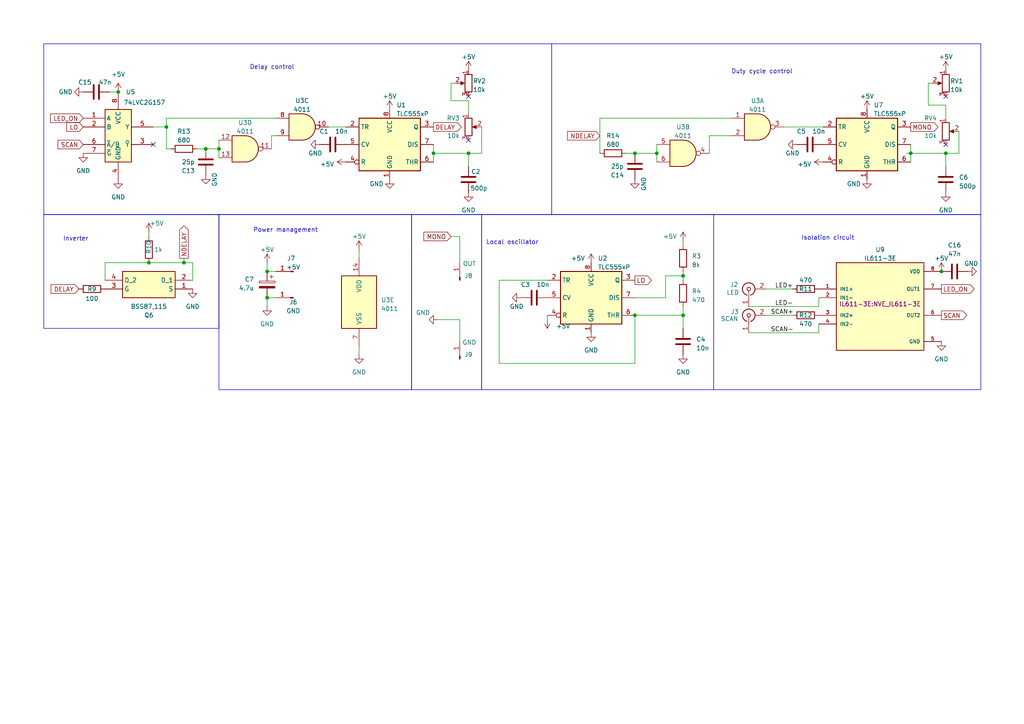
<source format=kicad_sch>
(kicad_sch (version 20250114) (generator "eeschema") (generator_version "9.0")
  (paper "A4")
  (lib_symbols
    (symbol "+5V_1" (power) (pin_numbers (hide yes)) (pin_names (offset 0) (hide yes))
      (property "Value" "+5V" (at 0 3.556 0))
      (symbol "+5V_1_0_1"
        (polyline (pts (xy -0.762 1.27) (xy 0 2.54)))
        (polyline (pts (xy 0 2.54) (xy 0.762 1.27)))
        (polyline (pts (xy 0 0) (xy 0 2.54)))
      )
      (symbol "+5V_1_1_1"
        (pin power_in line (at 0 0 90) (length 0) (name "~") (number "1"))
      )
    )
    (symbol "4xxx:4011" (pin_names (offset 1.016))
      (property "Reference" "U" (at 0 1.27 0))
      (property "Value" "4011" (at 0 -1.27 0))
      (symbol "4011_1_1"
        (arc (start 0 3.81) (mid 3.7934 0) (end 0 -3.81) (stroke (width 0.254)) (fill (type background)))
        (polyline (pts (xy 0 3.81) (xy -3.81 3.81) (xy -3.81 -3.81) (xy 0 -3.81)) (stroke (width 0.254)) (fill (type background)))
        (pin input line (at -7.62 2.54 0) (length 3.81) (name "~") (number "1"))
        (pin input line (at -7.62 -2.54 0) (length 3.81) (name "~") (number "2"))
        (pin output inverted (at 7.62 0 180) (length 3.81) (name "~") (number "3"))
      )
      (symbol "4011_1_2"
        (arc (start -3.81 3.81) (mid -2.589 0) (end -3.81 -3.81) (stroke (width 0.254)))
        (polyline (pts (xy -3.81 3.81) (xy -0.635 3.81)) (stroke (width 0.254)) (fill (type background)))
        (polyline (pts (xy -3.81 -3.81) (xy -0.635 -3.81)) (stroke (width 0.254)) (fill (type background)))
        (arc (start 3.81 0) (mid 2.1855 -2.584) (end -0.6096 -3.81) (stroke (width 0.254)) (fill (type background)))
        (arc (start -0.6096 3.81) (mid 2.1928 2.5924) (end 3.81 0) (stroke (width 0.254)) (fill (type background)))
        (polyline (pts (xy -0.635 3.81) (xy -3.81 3.81) (xy -3.81 3.81) (xy -3.556 3.4036) (xy -3.0226 2.2606) (xy -2.6924 1.0414) (xy -2.6162 -0.254) (xy -2.7686 -1.4986) (xy -3.175 -2.7178) (xy -3.81 -3.81) (xy -3.81 -3.81) (xy -0.635 -3.81)) (stroke (width -25.4)) (fill (type background)))
        (pin input inverted (at -7.62 2.54 0) (length 4.318) (name "~") (number "1"))
        (pin input inverted (at -7.62 -2.54 0) (length 4.318) (name "~") (number "2"))
        (pin output line (at 7.62 0 180) (length 3.81) (name "~") (number "3"))
      )
      (symbol "4011_2_1"
        (arc (start 0 3.81) (mid 3.7934 0) (end 0 -3.81) (stroke (width 0.254)) (fill (type background)))
        (polyline (pts (xy 0 3.81) (xy -3.81 3.81) (xy -3.81 -3.81) (xy 0 -3.81)) (stroke (width 0.254)) (fill (type background)))
        (pin input line (at -7.62 2.54 0) (length 3.81) (name "~") (number "5"))
        (pin input line (at -7.62 -2.54 0) (length 3.81) (name "~") (number "6"))
        (pin output inverted (at 7.62 0 180) (length 3.81) (name "~") (number "4"))
      )
      (symbol "4011_2_2"
        (arc (start -3.81 3.81) (mid -2.589 0) (end -3.81 -3.81) (stroke (width 0.254)))
        (polyline (pts (xy -3.81 3.81) (xy -0.635 3.81)) (stroke (width 0.254)) (fill (type background)))
        (polyline (pts (xy -3.81 -3.81) (xy -0.635 -3.81)) (stroke (width 0.254)) (fill (type background)))
        (arc (start 3.81 0) (mid 2.1855 -2.584) (end -0.6096 -3.81) (stroke (width 0.254)) (fill (type background)))
        (arc (start -0.6096 3.81) (mid 2.1928 2.5924) (end 3.81 0) (stroke (width 0.254)) (fill (type background)))
        (polyline (pts (xy -0.635 3.81) (xy -3.81 3.81) (xy -3.81 3.81) (xy -3.556 3.4036) (xy -3.0226 2.2606) (xy -2.6924 1.0414) (xy -2.6162 -0.254) (xy -2.7686 -1.4986) (xy -3.175 -2.7178) (xy -3.81 -3.81) (xy -3.81 -3.81) (xy -0.635 -3.81)) (stroke (width -25.4)) (fill (type background)))
        (pin input inverted (at -7.62 2.54 0) (length 4.318) (name "~") (number "5"))
        (pin input inverted (at -7.62 -2.54 0) (length 4.318) (name "~") (number "6"))
        (pin output line (at 7.62 0 180) (length 3.81) (name "~") (number "4"))
      )
      (symbol "4011_3_1"
        (arc (start 0 3.81) (mid 3.7934 0) (end 0 -3.81) (stroke (width 0.254)) (fill (type background)))
        (polyline (pts (xy 0 3.81) (xy -3.81 3.81) (xy -3.81 -3.81) (xy 0 -3.81)) (stroke (width 0.254)) (fill (type background)))
        (pin input line (at -7.62 2.54 0) (length 3.81) (name "~") (number "8"))
        (pin input line (at -7.62 -2.54 0) (length 3.81) (name "~") (number "9"))
        (pin output inverted (at 7.62 0 180) (length 3.81) (name "~") (number "10"))
      )
      (symbol "4011_3_2"
        (arc (start -3.81 3.81) (mid -2.589 0) (end -3.81 -3.81) (stroke (width 0.254)))
        (polyline (pts (xy -3.81 3.81) (xy -0.635 3.81)) (stroke (width 0.254)) (fill (type background)))
        (polyline (pts (xy -3.81 -3.81) (xy -0.635 -3.81)) (stroke (width 0.254)) (fill (type background)))
        (arc (start 3.81 0) (mid 2.1855 -2.584) (end -0.6096 -3.81) (stroke (width 0.254)) (fill (type background)))
        (arc (start -0.6096 3.81) (mid 2.1928 2.5924) (end 3.81 0) (stroke (width 0.254)) (fill (type background)))
        (polyline (pts (xy -0.635 3.81) (xy -3.81 3.81) (xy -3.81 3.81) (xy -3.556 3.4036) (xy -3.0226 2.2606) (xy -2.6924 1.0414) (xy -2.6162 -0.254) (xy -2.7686 -1.4986) (xy -3.175 -2.7178) (xy -3.81 -3.81) (xy -3.81 -3.81) (xy -0.635 -3.81)) (stroke (width -25.4)) (fill (type background)))
        (pin input inverted (at -7.62 2.54 0) (length 4.318) (name "~") (number "8"))
        (pin input inverted (at -7.62 -2.54 0) (length 4.318) (name "~") (number "9"))
        (pin output line (at 7.62 0 180) (length 3.81) (name "~") (number "10"))
      )
      (symbol "4011_4_1"
        (arc (start 0 3.81) (mid 3.7934 0) (end 0 -3.81) (stroke (width 0.254)) (fill (type background)))
        (polyline (pts (xy 0 3.81) (xy -3.81 3.81) (xy -3.81 -3.81) (xy 0 -3.81)) (stroke (width 0.254)) (fill (type background)))
        (pin input line (at -7.62 2.54 0) (length 3.81) (name "~") (number "12"))
        (pin input line (at -7.62 -2.54 0) (length 3.81) (name "~") (number "13"))
        (pin output inverted (at 7.62 0 180) (length 3.81) (name "~") (number "11"))
      )
      (symbol "4011_4_2"
        (arc (start -3.81 3.81) (mid -2.589 0) (end -3.81 -3.81) (stroke (width 0.254)))
        (polyline (pts (xy -3.81 3.81) (xy -0.635 3.81)) (stroke (width 0.254)) (fill (type background)))
        (polyline (pts (xy -3.81 -3.81) (xy -0.635 -3.81)) (stroke (width 0.254)) (fill (type background)))
        (arc (start 3.81 0) (mid 2.1855 -2.584) (end -0.6096 -3.81) (stroke (width 0.254)) (fill (type background)))
        (arc (start -0.6096 3.81) (mid 2.1928 2.5924) (end 3.81 0) (stroke (width 0.254)) (fill (type background)))
        (polyline (pts (xy -0.635 3.81) (xy -3.81 3.81) (xy -3.81 3.81) (xy -3.556 3.4036) (xy -3.0226 2.2606) (xy -2.6924 1.0414) (xy -2.6162 -0.254) (xy -2.7686 -1.4986) (xy -3.175 -2.7178) (xy -3.81 -3.81) (xy -3.81 -3.81) (xy -0.635 -3.81)) (stroke (width -25.4)) (fill (type background)))
        (pin input inverted (at -7.62 2.54 0) (length 4.318) (name "~") (number "12"))
        (pin input inverted (at -7.62 -2.54 0) (length 4.318) (name "~") (number "13"))
        (pin output line (at 7.62 0 180) (length 3.81) (name "~") (number "11"))
      )
      (symbol "4011_5_0"
        (pin power_in line (at 0 12.7 270) (length 5.08) (name "VDD") (number "14"))
        (pin power_in line (at 0 -12.7 90) (length 5.08) (name "VSS") (number "7"))
      )
      (symbol "4011_5_1"
        (rectangle (start -5.08 7.62) (end 5.08 -7.62) (stroke (width 0.254)) (fill (type background)))
      )
    )
    (symbol "74xGxx:74LVC2G157"
      (property "Reference" "U" (at 2.54 10.16 0))
      (property "Value" "74LVC2G157" (at 7.62 -10.16 0))
      (symbol "74LVC2G157_0_1"
        (rectangle (start -3.81 7.62) (end 3.81 -7.62) (stroke (width 0.254)) (fill (type background)))
      )
      (symbol "74LVC2G157_1_1"
        (pin input line (at -10.16 5.08 0) (length 6.25) (name "A") (number "1"))
        (pin input line (at -10.16 2.54 0) (length 6.25) (name "B") (number "2"))
        (pin input line (at -10.16 -2.54 0) (length 6.25) (name "~{A}/B") (number "6"))
        (pin input line (at -10.16 -5.08 0) (length 6.25) (name "~{G}") (number "7"))
        (pin power_in line (at 0 12.7 270) (length 5.08) (name "VCC") (number "8"))
        (pin power_in line (at 0 -12.7 90) (length 5.08) (name "GND") (number "4"))
        (pin output line (at 10.16 2.54 180) (length 6.35) (name "Y") (number "5"))
        (pin output line (at 10.16 -2.54 180) (length 6.35) (name "~{Y}") (number "3"))
      )
    )
    (symbol "BSS87_115:BSS87,115"
      (property "Reference" "Q" (at 21.59 7.62 0))
      (property "Value" "BSS87,115" (at 21.59 5.08 0))
      (symbol "BSS87,115_1_1"
        (rectangle (start 5.08 2.54) (end 20.32 -5.08) (stroke (width 0.254)) (fill (type background)))
        (pin passive line (at 0 0 0) (length 5.08) (name "S") (number "1"))
        (pin passive line (at 0 -2.54 0) (length 5.08) (name "D_1") (number "2"))
        (pin passive line (at 25.4 0 180) (length 5.08) (name "G") (number "3"))
        (pin passive line (at 25.4 -2.54 180) (length 5.08) (name "D_2") (number "4"))
      )
    )
    (symbol "Connector:Conn_01x01_Pin" (pin_names (offset 1.016) (hide yes))
      (property "Reference" "J" (at 0 2.54 0))
      (property "Value" "Conn_01x01_Pin" (at 0 -2.54 0))
      (symbol "Conn_01x01_Pin_1_1"
        (rectangle (start 0.8636 0.127) (end 0 -0.127) (stroke (width 0.1524)) (fill (type outline)))
        (polyline (pts (xy 1.27 0) (xy 0.8636 0)) (stroke (width 0.1524)))
        (pin passive line (at 5.08 0 180) (length 3.81) (name "Pin_1") (number "1"))
      )
    )
    (symbol "Connector:Conn_Coaxial" (pin_names (offset 1.016) (hide yes))
      (property "Reference" "J" (at 0.254 3.048 0))
      (property "Value" "Conn_Coaxial" (at 2.921 0 90))
      (symbol "Conn_Coaxial_0_1"
        (polyline (pts (xy -2.54 0) (xy -0.508 0)))
        (arc (start 1.778 0) (mid 0.222 -1.8079) (end -1.778 -0.508) (stroke (width 0.254)))
        (arc (start -1.778 0.508) (mid 0.2221 1.8084) (end 1.778 0) (stroke (width 0.254)))
        (circle (center 0 0) (radius 0.508) (stroke (width 0.2032)))
        (polyline (pts (xy 0 -2.54) (xy 0 -1.778)))
      )
      (symbol "Conn_Coaxial_1_1"
        (pin passive line (at -5.08 0 0) (length 2.54) (name "In") (number "1"))
        (pin passive line (at 0 -5.08 90) (length 2.54) (name "Ext") (number "2"))
      )
    )
    (symbol "Device:C" (pin_numbers (hide yes)) (pin_names (offset 0.254))
      (property "Reference" "C" (at 0.635 2.54 0))
      (property "Value" "C" (at 0.635 -2.54 0))
      (symbol "C_0_1"
        (polyline (pts (xy -2.032 0.762) (xy 2.032 0.762)) (stroke (width 0.508)))
        (polyline (pts (xy -2.032 -0.762) (xy 2.032 -0.762)) (stroke (width 0.508)))
      )
      (symbol "C_1_1"
        (pin passive line (at 0 3.81 270) (length 2.794) (name "~") (number "1"))
        (pin passive line (at 0 -3.81 90) (length 2.794) (name "~") (number "2"))
      )
    )
    (symbol "Device:C_Polarized" (pin_numbers (hide yes)) (pin_names (offset 0.254))
      (property "Reference" "C" (at 0.635 2.54 0))
      (property "Value" "C_Polarized" (at 0.635 -2.54 0))
      (symbol "C_Polarized_0_1"
        (rectangle (start -2.286 0.508) (end 2.286 1.016))
        (polyline (pts (xy -1.778 2.286) (xy -0.762 2.286)))
        (polyline (pts (xy -1.27 2.794) (xy -1.27 1.778)))
        (rectangle (start 2.286 -0.508) (end -2.286 -1.016) (fill (type outline)))
      )
      (symbol "C_Polarized_1_1"
        (pin passive line (at 0 3.81 270) (length 2.794) (name "~") (number "1"))
        (pin passive line (at 0 -3.81 90) (length 2.794) (name "~") (number "2"))
      )
    )
    (symbol "Device:R" (pin_numbers (hide yes)) (pin_names (offset 0))
      (property "Reference" "R" (at 2.032 0 90))
      (property "Value" "R" (at 0 0 90))
      (symbol "R_0_1"
        (rectangle (start -1.016 -2.54) (end 1.016 2.54) (stroke (width 0.254)))
      )
      (symbol "R_1_1"
        (pin passive line (at 0 3.81 270) (length 1.27) (name "~") (number "1"))
        (pin passive line (at 0 -3.81 90) (length 1.27) (name "~") (number "2"))
      )
    )
    (symbol "Device:R_Potentiometer" (pin_names (offset 1.016) (hide yes))
      (property "Reference" "RV" (at -4.445 0 90))
      (property "Value" "R_Potentiometer" (at -2.54 0 90))
      (symbol "R_Potentiometer_0_1"
        (rectangle (start 1.016 2.54) (end -1.016 -2.54) (stroke (width 0.254)))
        (polyline (pts (xy 1.143 0) (xy 2.286 0.508) (xy 2.286 -0.508) (xy 1.143 0)) (fill (type outline)))
        (polyline (pts (xy 2.54 0) (xy 1.524 0)))
      )
      (symbol "R_Potentiometer_1_1"
        (pin passive line (at 0 3.81 270) (length 1.27) (name "1") (number "1"))
        (pin passive line (at 0 -3.81 90) (length 1.27) (name "3") (number "3"))
        (pin passive line (at 3.81 0 180) (length 1.27) (name "2") (number "2"))
      )
    )
    (symbol "GND_1" (power) (pin_numbers (hide yes)) (pin_names (offset 0) (hide yes))
      (property "Value" "GND" (at 0 -3.81 0))
      (symbol "GND_1_0_1"
        (polyline (pts (xy 0 0) (xy 0 -1.27) (xy 1.27 -1.27) (xy 0 -2.54) (xy -1.27 -1.27) (xy 0 -1.27)))
      )
      (symbol "GND_1_1_1"
        (pin power_in line (at 0 0 270) (length 0) (name "~") (number "1"))
      )
    )
    (symbol "IL611-3E:IL611-3E" (pin_names (offset 1.016))
      (property "Reference" "U" (at -12.7 13.97 0))
      (property "Value" "IL611-3E" (at -12.7 -13.97 0))
      (symbol "IL611-3E_0_0"
        (rectangle (start -12.7 -12.7) (end 12.7 12.7) (stroke (width 0.254)) (fill (type background)))
        (pin input line (at -17.78 5.08 0) (length 5.08) (name "IN1+") (number "1"))
        (pin input line (at -17.78 2.54 0) (length 5.08) (name "IN1-") (number "2"))
        (pin input line (at -17.78 -2.54 0) (length 5.08) (name "IN2+") (number "3"))
        (pin input line (at -17.78 -5.08 0) (length 5.08) (name "IN2-") (number "4"))
        (pin power_in line (at 17.78 10.16 180) (length 5.08) (name "VDD") (number "8"))
        (pin output line (at 17.78 5.08 180) (length 5.08) (name "OUT1") (number "7"))
        (pin output line (at 17.78 -2.54 180) (length 5.08) (name "OUT2") (number "6"))
        (pin power_in line (at 17.78 -10.16 180) (length 5.08) (name "GND") (number "5"))
      )
    )
    (symbol "Timer:TLC555xP"
      (property "Reference" "U" (at -10.16 8.89 0))
      (property "Value" "TLC555xP" (at 2.54 8.89 0))
      (symbol "TLC555xP_0_0"
        (pin power_in line (at 0 10.16 270) (length 2.54) (name "VCC") (number "8"))
        (pin power_in line (at 0 -10.16 90) (length 2.54) (name "GND") (number "1"))
      )
      (symbol "TLC555xP_0_1"
        (rectangle (start -8.89 -7.62) (end 8.89 7.62) (stroke (width 0.254)) (fill (type background)))
        (rectangle (start -8.89 -7.62) (end 8.89 7.62) (stroke (width 0.254)) (fill (type background)))
      )
      (symbol "TLC555xP_1_1"
        (pin input line (at -12.7 5.08 0) (length 3.81) (name "TR") (number "2"))
        (pin input line (at -12.7 0 0) (length 3.81) (name "CV") (number "5"))
        (pin input inverted (at -12.7 -5.08 0) (length 3.81) (name "R") (number "4"))
        (pin output line (at 12.7 5.08 180) (length 3.81) (name "Q") (number "3"))
        (pin input line (at 12.7 0 180) (length 3.81) (name "DIS") (number "7"))
        (pin input line (at 12.7 -5.08 180) (length 3.81) (name "THR") (number "6"))
      )
    )
    (symbol "power:+5V" (power) (pin_names (offset 0))
      (property "Value" "+5V" (at 0 3.556 0))
      (symbol "+5V_0_1"
        (polyline (pts (xy -0.762 1.27) (xy 0 2.54)))
        (polyline (pts (xy 0 2.54) (xy 0.762 1.27)))
        (polyline (pts (xy 0 0) (xy 0 2.54)))
      )
      (symbol "+5V_1_1"
        (pin power_in line (at 0 0 90) (length 0) (hide yes) (name "+5V") (number "1"))
      )
    )
    (symbol "power:GND" (power) (pin_names (offset 0))
      (property "Value" "GND" (at 0 -3.81 0))
      (symbol "GND_0_1"
        (polyline (pts (xy 0 0) (xy 0 -1.27) (xy 1.27 -1.27) (xy 0 -2.54) (xy -1.27 -1.27) (xy 0 -1.27)))
      )
      (symbol "GND_1_1"
        (pin power_in line (at 0 0 270) (length 0) (hide yes) (name "GND") (number "1"))
      )
    )
  )
  (rectangle (start 119.38 62.23) (end 139.7 113.03))
  (rectangle (start 12.7 12.7) (end 160.02 62.23))
  (rectangle (start 139.7 62.23) (end 207.01 113.03))
  (rectangle (start 63.5 62.23) (end 119.38 113.03))
  (rectangle (start 12.7 62.23) (end 63.5 95.25))
  (rectangle (start 207.01 62.23) (end 284.48 113.03))
  (rectangle (start 160.02 12.7) (end 284.48 62.23))
  (text "Inverter" (at 18.288 70.104 0) (effects (font (size 1.27 1.27)) (justify left bottom)))
  (text "Duty cycle control" (at 212.09 21.59 0) (effects (font (size 1.27 1.27)) (justify left bottom)))
  (text "Local oscillator" (at 140.97 71.12 0) (effects (font (size 1.27 1.27)) (justify left bottom)))
  (text "Isolation circuit\n" (at 232.41 69.85 0) (effects (font (size 1.27 1.27)) (justify left bottom)))
  (text "Power management\n" (at 73.406 67.564 0) (effects (font (size 1.27 1.27)) (justify left bottom)))
  (text "Delay control" (at 72.39 20.32 0) (effects (font (size 1.27 1.27)) (justify left bottom)))
  (junction (at 43.18 76.2))
  (junction (at 53.34 76.2))
  (junction (at 198.12 80.01))
  (junction (at 190.5 44.45))
  (junction (at 34.29 26.67))
  (junction (at 125.73 44.45))
  (junction (at 48.26 36.83))
  (junction (at 198.12 91.44))
  (junction (at 63.5 43.18))
  (junction (at 184.15 44.45))
  (junction (at 59.69 43.18))
  (junction (at 264.16 44.45))
  (junction (at 135.89 44.45))
  (junction (at 184.15 91.44))
  (junction (at 77.47 86.36))
  (junction (at 274.32 44.45))
  (junction (at 77.47 78.74))
  (junction (at 273.05 78.74))
  (no_connect (at 135.89 27.94))
  (no_connect (at 44.45 41.91))
  (no_connect (at 274.32 27.94))
  (no_connect (at 274.32 41.91))
  (no_connect (at 135.89 40.64))
  (wire (pts (xy 198.12 91.44) (xy 198.12 95.25)))
  (wire (pts (xy 269.24 24.13) (xy 269.24 30.48)))
  (wire (pts (xy 125.73 44.45) (xy 135.89 44.45)))
  (wire (pts (xy 190.5 44.45) (xy 190.5 46.99)))
  (wire (pts (xy 63.5 40.64) (xy 63.5 43.18)))
  (wire (pts (xy 125.73 41.91) (xy 125.73 44.45)))
  (wire (pts (xy 53.34 74.93) (xy 53.34 76.2)))
  (wire (pts (xy 130.81 68.58) (xy 133.35 68.58)))
  (wire (pts (xy 48.26 36.83) (xy 48.26 43.18)))
  (wire (pts (xy 125.73 44.45) (xy 125.73 46.99)))
  (wire (pts (xy 193.04 86.36) (xy 193.04 80.01)))
  (wire (pts (xy 198.12 69.85) (xy 198.12 71.12)))
  (wire (pts (xy 139.7 36.83) (xy 139.7 44.45)))
  (wire (pts (xy 158.75 92.71) (xy 158.75 91.44)))
  (wire (pts (xy 53.34 76.2) (xy 55.88 76.2)))
  (wire (pts (xy 262.89 44.45) (xy 264.16 44.45)))
  (wire (pts (xy 184.15 86.36) (xy 193.04 86.36)))
  (wire (pts (xy 269.24 24.13) (xy 270.51 24.13)))
  (wire (pts (xy 173.99 34.29) (xy 173.99 44.45)))
  (wire (pts (xy 198.12 78.74) (xy 198.12 80.01)))
  (wire (pts (xy 264.16 44.45) (xy 264.16 46.99)))
  (wire (pts (xy 44.45 36.83) (xy 48.26 36.83)))
  (wire (pts (xy 274.32 44.45) (xy 274.32 48.26)))
  (wire (pts (xy 144.78 81.28) (xy 144.78 105.41)))
  (wire (pts (xy 135.89 29.21) (xy 135.89 33.02)))
  (wire (pts (xy 77.47 76.2) (xy 77.47 78.74)))
  (wire (pts (xy 205.74 44.45) (xy 205.74 39.37)))
  (wire (pts (xy 217.17 96.52) (xy 237.49 96.52)))
  (wire (pts (xy 135.89 44.45) (xy 135.89 48.26)))
  (wire (pts (xy 205.74 39.37) (xy 212.09 39.37)))
  (wire (pts (xy 104.14 102.87) (xy 104.14 100.33)))
  (wire (pts (xy 227.33 36.83) (xy 238.76 36.83)))
  (wire (pts (xy 77.47 86.36) (xy 80.01 86.36)))
  (wire (pts (xy 55.88 76.2) (xy 55.88 81.28)))
  (wire (pts (xy 133.35 99.06) (xy 133.35 92.71)))
  (wire (pts (xy 43.18 76.2) (xy 53.34 76.2)))
  (wire (pts (xy 278.13 38.1) (xy 278.13 44.45)))
  (wire (pts (xy 78.74 39.37) (xy 80.01 39.37)))
  (wire (pts (xy 198.12 88.9) (xy 198.12 91.44)))
  (wire (pts (xy 184.15 91.44) (xy 198.12 91.44)))
  (wire (pts (xy 30.48 81.28) (xy 30.48 76.2)))
  (wire (pts (xy 217.17 88.9) (xy 237.49 88.9)))
  (wire (pts (xy 144.78 105.41) (xy 184.15 105.41)))
  (wire (pts (xy 181.61 44.45) (xy 184.15 44.45)))
  (wire (pts (xy 133.35 92.71) (xy 127 92.71)))
  (wire (pts (xy 133.35 68.58) (xy 133.35 76.2)))
  (wire (pts (xy 212.09 34.29) (xy 173.99 34.29)))
  (wire (pts (xy 43.18 68.58) (xy 43.18 67.31)))
  (wire (pts (xy 274.32 30.48) (xy 274.32 34.29)))
  (wire (pts (xy 278.13 44.45) (xy 274.32 44.45)))
  (wire (pts (xy 57.15 43.18) (xy 59.69 43.18)))
  (wire (pts (xy 63.5 43.18) (xy 63.5 45.72)))
  (wire (pts (xy 264.16 44.45) (xy 274.32 44.45)))
  (wire (pts (xy 30.48 76.2) (xy 43.18 76.2)))
  (wire (pts (xy 78.74 43.18) (xy 78.74 39.37)))
  (wire (pts (xy 237.49 88.9) (xy 237.49 86.36)))
  (wire (pts (xy 48.26 43.18) (xy 49.53 43.18)))
  (wire (pts (xy 184.15 91.44) (xy 184.15 105.41)))
  (wire (pts (xy 269.24 30.48) (xy 274.32 30.48)))
  (wire (pts (xy 139.7 44.45) (xy 135.89 44.45)))
  (wire (pts (xy 77.47 78.74) (xy 80.01 78.74)))
  (wire (pts (xy 264.16 41.91) (xy 264.16 44.45)))
  (wire (pts (xy 48.26 34.29) (xy 48.26 36.83)))
  (wire (pts (xy 48.26 34.29) (xy 80.01 34.29)))
  (wire (pts (xy 130.81 24.13) (xy 130.81 29.21)))
  (wire (pts (xy 77.47 88.9) (xy 77.47 86.36)))
  (wire (pts (xy 104.14 72.39) (xy 104.14 74.93)))
  (wire (pts (xy 130.81 29.21) (xy 135.89 29.21)))
  (wire (pts (xy 222.25 91.44) (xy 229.87 91.44)))
  (wire (pts (xy 31.75 26.67) (xy 34.29 26.67)))
  (wire (pts (xy 193.04 80.01) (xy 198.12 80.01)))
  (wire (pts (xy 222.25 83.82) (xy 229.87 83.82)))
  (wire (pts (xy 184.15 44.45) (xy 190.5 44.45)))
  (wire (pts (xy 158.75 81.28) (xy 144.78 81.28)))
  (wire (pts (xy 190.5 41.91) (xy 190.5 44.45)))
  (wire (pts (xy 130.81 24.13) (xy 132.08 24.13)))
  (wire (pts (xy 59.69 43.18) (xy 63.5 43.18)))
  (wire (pts (xy 237.49 93.98) (xy 237.49 96.52)))
  (wire (pts (xy 95.25 36.83) (xy 100.33 36.83)))
  (wire (pts (xy 198.12 80.01) (xy 198.12 81.28)))
  (label "SCAN+" (at 223.52 91.44 0))
  (label "LED-" (at 224.79 88.9 0))
  (label "SCAN-" (at 223.52 96.52 0))
  (label "LED+" (at 224.79 83.82 0))
  (global_label "SCAN" (shape output) (at 273.05 91.44 0) (property "Intersheetrefs" "${INTERSHEET_REFS}" (effects (hide yes))))
  (global_label "MONO" (shape input) (at 130.81 68.58 180) (property "Intersheetrefs" "${INTERSHEET_REFS}" (effects (hide yes))))
  (global_label "LO" (shape output) (at 184.15 81.28 0) (property "Intersheetrefs" "${INTERSHEET_REFS}" (effects (hide yes))))
  (global_label "LED_ON" (shape output) (at 273.05 83.82 0) (property "Intersheetrefs" "${INTERSHEET_REFS}" (effects (hide yes))))
  (global_label "SCAN" (shape input) (at 24.13 41.91 180) (property "Intersheetrefs" "${INTERSHEET_REFS}" (effects (hide yes))))
  (global_label "DELAY" (shape output) (at 125.73 36.83 0) (property "Intersheetrefs" "${INTERSHEET_REFS}" (effects (hide yes))))
  (global_label "MONO" (shape output) (at 264.16 36.83 0) (property "Intersheetrefs" "${INTERSHEET_REFS}" (effects (hide yes))))
  (global_label "LED_ON" (shape input) (at 24.13 34.29 180) (property "Intersheetrefs" "${INTERSHEET_REFS}" (effects (hide yes))))
  (global_label "LO" (shape input) (at 24.13 36.83 180) (property "Intersheetrefs" "${INTERSHEET_REFS}" (effects (hide yes))))
  (global_label "NDELAY" (shape output) (at 53.34 74.93 90) (property "Intersheetrefs" "${INTERSHEET_REFS}" (effects (hide yes))))
  (global_label "NDELAY" (shape input) (at 173.99 39.37 180) (property "Intersheetrefs" "${INTERSHEET_REFS}" (effects (hide yes))))
  (global_label "DELAY" (shape input) (at 22.86 83.82 180) (property "Intersheetrefs" "${INTERSHEET_REFS}" (effects (hide yes))))
  (symbol (lib_id "power:GND") (at 24.13 26.67 270) (unit 1)
    (property "Reference" "#PWR016" (effects (hide yes)))
    (property "Value" "GND" (at 19.05 26.67 90))
  )
  (symbol (lib_id "power:GND") (at 151.13 86.36 270) (unit 1)
    (property "Reference" "#PWR012" (effects (hide yes)))
    (property "Value" "GND" (at 149.86 88.9 90))
  )
  (symbol (lib_id "power:GND") (at 127 92.71 270) (unit 1)
    (property "Reference" "#PWR015" (effects (hide yes)))
    (property "Value" "GND" (at 122.682 90.678 90))
  )
  (symbol (lib_id "Device:R") (at 233.68 91.44 90) (unit 1)
    (property "Reference" "R12" (at 233.68 91.44 90))
    (property "Value" "470" (at 233.68 93.98 90))
    (property "Footprint" "Resistor_SMD:R_1206_3216Metric_Pad1.30x1.75mm_HandSolder" (effects (hide yes)))
  )
  (symbol (lib_id "Device:C") (at 274.32 52.07 0) (unit 1)
    (property "Reference" "C6" (at 278.13 51.435 0) (effects (justify left)))
    (property "Value" "500p" (at 278.13 53.975 0) (effects (justify left)))
    (property "Footprint" "Capacitor_THT:C_Rect_L7.0mm_W2.0mm_P5.00mm" (effects (hide yes)))
  )
  (symbol (lib_id "4xxx:4011") (at 198.12 44.45 0) (unit 2)
    (property "Reference" "U3" (at 198.1117 36.83 0))
    (property "Value" "4011" (at 198.1117 39.37 0))
    (property "Footprint" "Package_DIP:DIP-14_W7.62mm" (effects (hide yes)))
    (property "Datasheet" "http://www.intersil.com/content/dam/Intersil/documents/cd40/cd4011bms-12bms-23bms.pdf" (effects (hide yes)))
  )
  (symbol (lib_name "+5V_1") (lib_id "power:+5V") (at 34.29 26.67 0) (unit 1)
    (property "Reference" "#PWR041" (effects (hide yes)))
    (property "Value" "+5V" (at 34.29 21.59 0))
    (property "Description" "Power symbol creates a global label with name \"+5V\"" (effects (hide yes)))
  )
  (symbol (lib_id "IL611-3E:IL611-3E") (at 255.27 88.9 0) (unit 1)
    (property "Reference" "U9" (at 255.27 72.39 0))
    (property "Value" "IL611-3E" (at 255.27 74.93 0))
    (property "Footprint" "IL611-3E:NVE_IL611-3E" (at 255.27 88.9 0) (effects (justify bottom)))
    (property "PARTREV" "AC" (effects (hide yes)))
    (property "STANDARD" "IPC 7351B" (effects (hide yes)))
    (property "MAXIMUM_PACKAGE_HEIGHT" "1.8 mm" (effects (hide yes)))
    (property "MANUFACTURER" "NVE" (effects (hide yes)))
  )
  (symbol (lib_id "power:GND") (at 135.89 55.88 0) (unit 1)
    (property "Reference" "#PWR010" (effects (hide yes)))
    (property "Value" "GND" (at 135.89 60.96 0))
  )
  (symbol (lib_id "Device:R") (at 43.18 72.39 0) (unit 1)
    (property "Reference" "R10" (at 43.18 73.66 90) (effects (justify left)))
    (property "Value" "1k" (at 44.704 72.39 0) (effects (justify left)))
    (property "Footprint" "Resistor_SMD:R_1206_3216Metric_Pad1.30x1.75mm_HandSolder" (effects (hide yes)))
    (property "Description" "Resistor" (effects (hide yes)))
  )
  (symbol (lib_id "4xxx:4011") (at 219.71 36.83 0) (unit 1)
    (property "Reference" "U3" (at 219.7017 29.21 0))
    (property "Value" "4011" (at 219.7017 31.75 0))
    (property "Footprint" "Package_DIP:DIP-14_W7.62mm" (effects (hide yes)))
    (property "Datasheet" "http://www.intersil.com/content/dam/Intersil/documents/cd40/cd4011bms-12bms-23bms.pdf" (effects (hide yes)))
  )
  (symbol (lib_name "GND_1") (lib_id "power:GND") (at 55.88 83.82 0) (unit 1)
    (property "Reference" "#PWR048" (effects (hide yes)))
    (property "Value" "GND" (at 55.88 88.9 0))
    (property "Description" "Power symbol creates a global label with name \"GND\" , ground" (effects (hide yes)))
  )
  (symbol (lib_id "74xGxx:74LVC2G157") (at 34.29 39.37 0) (unit 1)
    (property "Reference" "U5" (at 36.4841 26.67 0) (effects (justify left)))
    (property "Value" "74LVC2G157" (at 35.814 29.718 0) (effects (justify left)))
    (property "Footprint" "SN74LVC2G157DCTR:DCT8" (effects (hide yes)))
    (property "Datasheet" "http://www.ti.com/lit/sg/scyt129e/scyt129e.pdf" (effects (hide yes)))
    (property "Description" "Single 2 to 1 Multiplexer, Low-Voltage CMOS" (effects (hide yes)))
  )
  (symbol (lib_id "Connector:Conn_Coaxial") (at 217.17 91.44 90) (unit 1)
    (property "Reference" "J3" (at 213.106 90.424 90))
    (property "Value" "SCAN" (at 211.582 92.456 90))
    (property "Footprint" "Connector_PinSocket_2.54mm:PinSocket_1x02_P2.54mm_Vertical" (effects (hide yes)))
  )
  (symbol (lib_id "power:+5V") (at 273.05 78.74 0) (unit 1)
    (property "Reference" "#PWR032" (effects (hide yes)))
    (property "Value" "+5V" (at 273.05 74.93 0))
  )
  (symbol (lib_id "Device:C") (at 59.69 46.99 180) (unit 1)
    (property "Reference" "C13" (at 54.61 49.53 0))
    (property "Value" "25p" (at 54.61 46.99 0))
    (property "Footprint" "Capacitor_THT:C_Rect_L7.0mm_W2.0mm_P5.00mm" (effects (hide yes)))
  )
  (symbol (lib_id "power:+5V") (at 158.75 92.71 180) (unit 1)
    (property "Reference" "#PWR08" (effects (hide yes)))
    (property "Value" "+5V" (at 161.29 94.615 0) (effects (justify right)))
  )
  (symbol (lib_id "power:GND") (at 273.05 99.06 0) (unit 1)
    (property "Reference" "#PWR033" (effects (hide yes)))
    (property "Value" "GND" (at 273.05 104.14 0))
  )
  (symbol (lib_id "Device:C") (at 198.12 99.06 0) (unit 1)
    (property "Reference" "C4" (at 201.93 98.425 0) (effects (justify left)))
    (property "Value" "10n" (at 201.93 100.965 0) (effects (justify left)))
    (property "Footprint" "Capacitor_THT:C_Rect_L7.0mm_W2.0mm_P5.00mm" (effects (hide yes)))
  )
  (symbol (lib_id "Device:C_Polarized") (at 77.47 82.55 0) (mirror y) (unit 1)
    (property "Reference" "C7" (at 73.66 81.026 0) (effects (justify left)))
    (property "Value" "4.7u" (at 73.66 83.566 0) (effects (justify left)))
    (property "Footprint" "Capacitor_THT:CP_Radial_D5.0mm_P2.50mm" (effects (hide yes)))
  )
  (symbol (lib_id "power:GND") (at 77.47 88.9 0) (unit 1)
    (property "Reference" "#PWR037" (effects (hide yes)))
    (property "Value" "GND" (at 77.47 93.98 0))
  )
  (symbol (lib_id "power:+5V") (at 77.47 76.2 0) (unit 1)
    (property "Reference" "#PWR029" (effects (hide yes)))
    (property "Value" "+5V" (at 77.47 72.39 0))
  )
  (symbol (lib_id "Device:C") (at 184.15 48.26 180) (unit 1)
    (property "Reference" "C14" (at 179.07 50.8 0))
    (property "Value" "25p" (at 179.07 48.26 0))
    (property "Footprint" "Capacitor_THT:C_Rect_L7.0mm_W2.0mm_P5.00mm" (effects (hide yes)))
  )
  (symbol (lib_id "power:+5V") (at 171.45 76.2 0) (unit 1)
    (property "Reference" "#PWR02" (effects (hide yes)))
    (property "Value" "+5V" (at 167.64 74.93 0))
  )
  (symbol (lib_id "4xxx:4011") (at 87.63 36.83 0) (unit 3)
    (property "Reference" "U3" (at 87.6217 29.21 0))
    (property "Value" "4011" (at 87.6217 31.75 0))
    (property "Footprint" "Package_DIP:DIP-14_W7.62mm" (effects (hide yes)))
    (property "Datasheet" "http://www.intersil.com/content/dam/Intersil/documents/cd40/cd4011bms-12bms-23bms.pdf" (effects (hide yes)))
  )
  (symbol (lib_id "power:GND") (at 198.12 102.87 0) (unit 1)
    (property "Reference" "#PWR013" (effects (hide yes)))
    (property "Value" "GND" (at 198.12 107.95 0))
  )
  (symbol (lib_id "power:+5V") (at 104.14 72.39 0) (unit 1)
    (property "Reference" "#PWR03" (effects (hide yes)))
    (property "Value" "+5V" (at 104.14 68.58 0))
  )
  (symbol (lib_id "power:GND") (at 231.14 41.91 270) (unit 1)
    (property "Reference" "#PWR021" (effects (hide yes)))
    (property "Value" "GND" (at 229.87 44.45 90))
  )
  (symbol (lib_id "4xxx:4011") (at 104.14 87.63 0) (unit 5)
    (property "Reference" "U3" (at 110.49 86.995 0) (effects (justify left)))
    (property "Value" "4011" (at 110.49 89.535 0) (effects (justify left)))
    (property "Footprint" "Package_DIP:DIP-14_W7.62mm" (effects (hide yes)))
    (property "Datasheet" "http://www.intersil.com/content/dam/Intersil/documents/cd40/cd4011bms-12bms-23bms.pdf" (effects (hide yes)))
  )
  (symbol (lib_id "Device:R") (at 26.67 83.82 90) (unit 1)
    (property "Reference" "R9" (at 26.67 83.82 90))
    (property "Value" "100" (at 26.67 86.614 90))
    (property "Footprint" "Resistor_SMD:R_1206_3216Metric_Pad1.30x1.75mm_HandSolder" (effects (hide yes)))
    (property "Description" "Resistor" (effects (hide yes)))
  )
  (symbol (lib_id "Device:C") (at 276.86 78.74 270) (unit 1)
    (property "Reference" "C16" (at 276.86 71.12 90))
    (property "Value" "47n" (at 276.86 73.66 90))
    (property "Footprint" "Capacitor_SMD:C_1206_3216Metric_Pad1.33x1.80mm_HandSolder" (effects (hide yes)))
    (property "Description" "Unpolarized capacitor" (effects (hide yes)))
  )
  (symbol (lib_id "power:GND") (at 184.15 52.07 0) (unit 1)
    (property "Reference" "#PWR043" (effects (hide yes)))
    (property "Value" "GND" (at 186.69 53.34 90))
  )
  (symbol (lib_id "power:GND") (at 251.46 52.07 0) (unit 1)
    (property "Reference" "#PWR024" (effects (hide yes)))
    (property "Value" "GND" (at 247.65 53.34 0))
  )
  (symbol (lib_id "power:GND") (at 24.13 44.45 0) (unit 1)
    (property "Reference" "#PWR018" (effects (hide yes)))
    (property "Value" "GND" (at 24.13 49.53 0))
  )
  (symbol (lib_id "Device:R_Potentiometer") (at 135.89 24.13 0) (mirror y) (unit 1)
    (property "Reference" "RV2" (at 137.16 23.495 0) (effects (justify right)))
    (property "Value" "10k" (at 137.16 26.035 0) (effects (justify right)))
    (property "Footprint" "Potentiometer_THT:Potentiometer_Piher_T-16H_Single_Horizontal" (effects (hide yes)))
  )
  (symbol (lib_id "Device:R") (at 198.12 85.09 0) (unit 1)
    (property "Reference" "R4" (at 200.66 84.455 0) (effects (justify left)))
    (property "Value" "470" (at 200.66 86.995 0) (effects (justify left)))
    (property "Footprint" "Resistor_THT:R_Axial_DIN0204_L3.6mm_D1.6mm_P1.90mm_Vertical" (effects (hide yes)))
  )
  (symbol (lib_id "power:GND") (at 92.71 41.91 270) (unit 1)
    (property "Reference" "#PWR09" (effects (hide yes)))
    (property "Value" "GND" (at 91.44 44.45 90))
  )
  (symbol (lib_id "Device:R") (at 177.8 44.45 90) (unit 1)
    (property "Reference" "R14" (at 177.8 39.37 90))
    (property "Value" "680" (at 177.8 41.91 90))
    (property "Footprint" "Resistor_THT:R_Axial_DIN0204_L3.6mm_D1.6mm_P1.90mm_Vertical" (effects (hide yes)))
  )
  (symbol (lib_id "Connector:Conn_Coaxial") (at 217.17 83.82 90) (unit 1)
    (property "Reference" "J2" (at 214.122 82.55 90) (effects (justify left)))
    (property "Value" "LED" (at 214.376 84.836 90) (effects (justify left)))
    (property "Footprint" "Connector_PinSocket_2.54mm:PinSocket_1x02_P2.54mm_Vertical" (effects (hide yes)))
  )
  (symbol (lib_id "Device:C") (at 27.94 26.67 90) (unit 1)
    (property "Reference" "C15" (at 24.638 23.876 90))
    (property "Value" "47n" (at 30.48 23.876 90))
    (property "Footprint" "Capacitor_SMD:C_1206_3216Metric_Pad1.33x1.80mm_HandSolder" (effects (hide yes)))
    (property "Description" "Unpolarized capacitor" (effects (hide yes)))
  )
  (symbol (lib_id "power:GND") (at 274.32 55.88 0) (unit 1)
    (property "Reference" "#PWR026" (effects (hide yes)))
    (property "Value" "GND" (at 274.32 60.96 0))
  )
  (symbol (lib_id "power:+5V") (at 198.12 69.85 0) (unit 1)
    (property "Reference" "#PWR014" (effects (hide yes)))
    (property "Value" "+5V" (at 194.31 68.58 0))
  )
  (symbol (lib_id "Timer:TLC555xP") (at 171.45 86.36 0) (unit 1)
    (property "Reference" "U2" (at 173.4059 74.93 0) (effects (justify left)))
    (property "Value" "TLC555xP" (at 173.4059 77.47 0) (effects (justify left)))
    (property "Footprint" "Package_DIP:DIP-8_W7.62mm" (effects (hide yes)))
    (property "Datasheet" "http://www.ti.com/lit/ds/symlink/tlc555.pdf" (effects (hide yes)))
  )
  (symbol (lib_id "power:+5V") (at 113.03 31.75 0) (unit 1)
    (property "Reference" "#PWR01" (effects (hide yes)))
    (property "Value" "+5V" (at 113.03 27.94 0))
  )
  (symbol (lib_id "Device:C") (at 154.94 86.36 90) (unit 1)
    (property "Reference" "C3" (at 152.4 82.55 90))
    (property "Value" "10n" (at 157.48 82.55 90))
    (property "Footprint" "Capacitor_THT:C_Rect_L7.0mm_W2.0mm_P5.00mm" (effects (hide yes)))
  )
  (symbol (lib_id "Connector:Conn_01x01_Pin") (at 133.35 81.28 90) (unit 1)
    (property "Reference" "J8" (at 135.89 80.01 90))
    (property "Value" "OUT" (at 136.144 76.454 90))
    (property "Footprint" "Connector_PinSocket_2.54mm:PinSocket_1x01_P2.54mm_Vertical" (effects (hide yes)))
  )
  (symbol (lib_id "Device:R") (at 198.12 74.93 0) (unit 1)
    (property "Reference" "R3" (at 200.66 74.295 0) (effects (justify left)))
    (property "Value" "8k" (at 200.66 76.835 0) (effects (justify left)))
    (property "Footprint" "Resistor_THT:R_Axial_DIN0204_L3.6mm_D1.6mm_P1.90mm_Vertical" (effects (hide yes)))
  )
  (symbol (lib_id "Device:R") (at 53.34 43.18 90) (unit 1)
    (property "Reference" "R13" (at 53.34 38.1 90))
    (property "Value" "680" (at 53.34 40.64 90))
    (property "Footprint" "Resistor_THT:R_Axial_DIN0204_L3.6mm_D1.6mm_P1.90mm_Vertical" (effects (hide yes)))
  )
  (symbol (lib_id "power:GND") (at 59.69 50.8 0) (unit 1)
    (property "Reference" "#PWR042" (effects (hide yes)))
    (property "Value" "GND" (at 62.23 52.07 90))
  )
  (symbol (lib_id "BSS87_115:BSS87,115") (at 55.88 83.82 180) (unit 1)
    (property "Reference" "Q6" (at 43.18 91.44 0))
    (property "Value" "BSS87,115" (at 43.18 88.9 0))
    (property "Footprint" "BSS87_115:BSS87115" (effects (hide yes)))
    (property "Datasheet" "https://assets.nexperia.com/documents/data-sheet/BSS87.pdf" (effects (hide yes)))
    (property "Description" "BSS87,115 N-Channel MOSFET, 400 mA, 200 V, 3-Pin SOT-89 Nexperia" (effects (hide yes)))
    (property "Height" "1" (effects (hide yes)))
    (property "Manufacturer_Name" "Nexperia" (effects (hide yes)))
    (property "Manufacturer_Part_Number" "BSS87,115" (effects (hide yes)))
  )
  (symbol (lib_id "Connector:Conn_01x01_Pin") (at 85.09 86.36 0) (mirror y) (unit 1)
    (property "Reference" "J6" (at 85.09 87.63 0))
    (property "Value" "GND" (at 85.09 90.17 0))
    (property "Footprint" "Connector_PinSocket_2.54mm:PinSocket_1x01_P2.54mm_Vertical" (effects (hide yes)))
  )
  (symbol (lib_id "Timer:TLC555xP") (at 251.46 41.91 0) (unit 1)
    (property "Reference" "U7" (at 253.4159 30.48 0) (effects (justify left)))
    (property "Value" "TLC555xP" (at 253.4159 33.02 0) (effects (justify left)))
    (property "Footprint" "Package_DIP:DIP-8_W7.62mm" (effects (hide yes)))
    (property "Datasheet" "http://www.ti.com/lit/ds/symlink/tlc555.pdf" (effects (hide yes)))
  )
  (symbol (lib_id "power:GND") (at 280.67 78.74 90) (unit 1)
    (property "Reference" "#PWR020" (effects (hide yes)))
    (property "Value" "GND" (at 281.686 76.454 90))
  )
  (symbol (lib_id "power:+5V") (at 43.18 67.31 0) (unit 1)
    (property "Reference" "#PWR044" (effects (hide yes)))
    (property "Value" "+5V" (at 45.466 64.77 0))
  )
  (symbol (lib_id "Timer:TLC555xP") (at 113.03 41.91 0) (unit 1)
    (property "Reference" "U1" (at 114.9859 30.48 0) (effects (justify left)))
    (property "Value" "TLC555xP" (at 114.9859 33.02 0) (effects (justify left)))
    (property "Footprint" "Package_DIP:DIP-8_W7.62mm" (effects (hide yes)))
    (property "Datasheet" "http://www.ti.com/lit/ds/symlink/tlc555.pdf" (effects (hide yes)))
  )
  (symbol (lib_id "power:+5V") (at 251.46 31.75 0) (unit 1)
    (property "Reference" "#PWR023" (effects (hide yes)))
    (property "Value" "+5V" (at 251.46 27.94 0))
  )
  (symbol (lib_id "power:GND") (at 104.14 102.87 0) (unit 1)
    (property "Reference" "#PWR04" (effects (hide yes)))
    (property "Value" "GND" (at 104.14 107.95 0))
  )
  (symbol (lib_id "Device:R") (at 233.68 83.82 90) (unit 1)
    (property "Reference" "R11" (at 233.68 83.82 90))
    (property "Value" "470" (at 233.68 81.28 90))
    (property "Footprint" "Resistor_SMD:R_1206_3216Metric_Pad1.30x1.75mm_HandSolder" (effects (hide yes)))
  )
  (symbol (lib_id "Connector:Conn_01x01_Pin") (at 85.09 78.74 180) (unit 1)
    (property "Reference" "J7" (at 84.455 74.93 0))
    (property "Value" "+5V" (at 85.09 77.47 0))
    (property "Footprint" "Connector_PinSocket_2.54mm:PinSocket_1x01_P2.54mm_Vertical" (effects (hide yes)))
  )
  (symbol (lib_id "Device:R_Potentiometer") (at 274.32 38.1 0) (unit 1)
    (property "Reference" "RV4" (at 271.78 34.29 0) (effects (justify right)))
    (property "Value" "10k" (at 271.78 39.37 0) (effects (justify right)))
    (property "Footprint" "Potentiometer_THT:Potentiometer_Bourns_3296W_Vertical" (effects (hide yes)))
  )
  (symbol (lib_id "power:GND") (at 171.45 96.52 0) (unit 1)
    (property "Reference" "#PWR06" (effects (hide yes)))
    (property "Value" "GND" (at 171.45 101.6 0))
  )
  (symbol (lib_id "Device:C") (at 96.52 41.91 90) (unit 1)
    (property "Reference" "C1" (at 93.98 38.1 90))
    (property "Value" "10n" (at 99.06 38.1 90))
    (property "Footprint" "Capacitor_THT:C_Rect_L7.0mm_W2.0mm_P5.00mm" (effects (hide yes)))
  )
  (symbol (lib_id "Device:R_Potentiometer") (at 274.32 24.13 0) (mirror y) (unit 1)
    (property "Reference" "RV1" (at 275.59 23.495 0) (effects (justify right)))
    (property "Value" "10k" (at 275.59 26.035 0) (effects (justify right)))
    (property "Footprint" "Potentiometer_THT:Potentiometer_Piher_T-16H_Single_Horizontal" (effects (hide yes)))
  )
  (symbol (lib_id "Device:C") (at 135.89 52.07 0) (unit 1)
    (property "Reference" "C2" (at 136.652 49.784 0) (effects (justify left)))
    (property "Value" "500p" (at 136.398 54.61 0) (effects (justify left)))
    (property "Footprint" "Capacitor_THT:C_Rect_L7.0mm_W2.0mm_P5.00mm" (effects (hide yes)))
  )
  (symbol (lib_id "power:GND") (at 113.03 52.07 0) (unit 1)
    (property "Reference" "#PWR05" (effects (hide yes)))
    (property "Value" "GND" (at 109.22 53.34 0))
  )
  (symbol (lib_id "Device:R_Potentiometer") (at 135.89 36.83 0) (unit 1)
    (property "Reference" "RV3" (at 133.35 34.29 0) (effects (justify right)))
    (property "Value" "10k" (at 133.35 39.37 0) (effects (justify right)))
    (property "Footprint" "Potentiometer_THT:Potentiometer_Bourns_3296W_Vertical" (effects (hide yes)))
  )
  (symbol (lib_id "power:GND") (at 34.29 52.07 0) (unit 1)
    (property "Reference" "#PWR017" (effects (hide yes)))
    (property "Value" "GND" (at 34.29 57.15 0))
  )
  (symbol (lib_id "Connector:Conn_01x01_Pin") (at 133.35 104.14 90) (unit 1)
    (property "Reference" "J9" (at 135.89 102.87 90))
    (property "Value" "GND" (at 136.144 99.314 90))
    (property "Footprint" "Connector_PinSocket_2.54mm:PinSocket_1x01_P2.54mm_Vertical" (effects (hide yes)))
  )
  (symbol (lib_id "power:+5V") (at 135.89 20.32 0) (unit 1)
    (property "Reference" "#PWR025" (effects (hide yes)))
    (property "Value" "+5V" (at 135.89 16.51 0))
  )
  (symbol (lib_id "power:+5V") (at 100.33 46.99 90) (unit 1)
    (property "Reference" "#PWR07" (effects (hide yes)))
    (property "Value" "+5V" (at 96.9434 47.625 90) (effects (justify left)))
  )
  (symbol (lib_id "Device:C") (at 234.95 41.91 90) (unit 1)
    (property "Reference" "C5" (at 232.41 38.1 90))
    (property "Value" "10n" (at 237.49 38.1 90))
    (property "Footprint" "Capacitor_THT:C_Rect_L7.0mm_W2.0mm_P5.00mm" (effects (hide yes)))
  )
  (symbol (lib_id "power:+5V") (at 238.76 46.99 90) (unit 1)
    (property "Reference" "#PWR022" (effects (hide yes)))
    (property "Value" "+5V" (at 235.3734 47.625 90) (effects (justify left)))
  )
  (symbol (lib_id "4xxx:4011") (at 71.12 43.18 0) (unit 4)
    (property "Reference" "U3" (at 71.1117 35.56 0))
    (property "Value" "4011" (at 71.1117 38.1 0))
    (property "Footprint" "Package_DIP:DIP-14_W7.62mm" (effects (hide yes)))
    (property "Datasheet" "http://www.intersil.com/content/dam/Intersil/documents/cd40/cd4011bms-12bms-23bms.pdf" (effects (hide yes)))
  )
  (symbol (lib_id "power:+5V") (at 274.32 20.32 0) (unit 1)
    (property "Reference" "#PWR011" (effects (hide yes)))
    (property "Value" "+5V" (at 274.32 16.51 0))
  )
)
</source>
